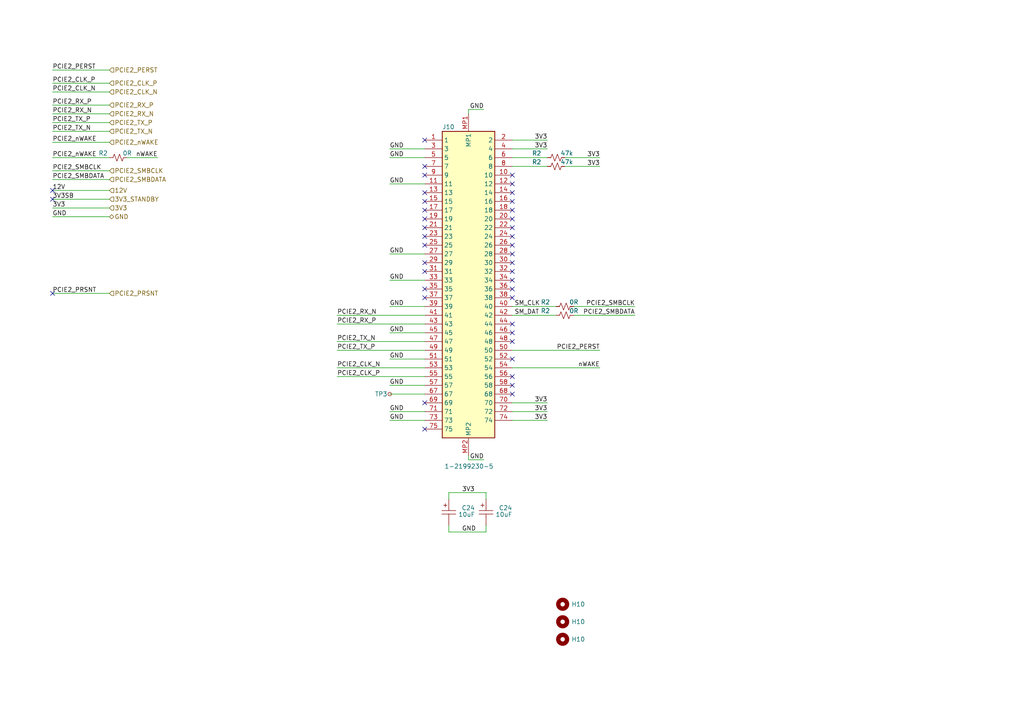
<source format=kicad_sch>
(kicad_sch (version 20230121) (generator eeschema)
  (paper "A4")
  (lib_symbols
    (symbol "CAP_TANTAL_A:CA45-A-6_3V-47UF-K" (pin_numbers hide) (pin_names hide)
      (property "Reference" "C" (at 0 3.556 0))
      (property "Value" "CA45-A-6_3V-47UF-K" (at 1.016 -9.144 0))
      (symbol "CA45-A-6_3V-47UF-K_0_1"
        (polyline (pts (xy -0.508 -2.032) (xy -0.508 2.032)))
        (polyline (pts (xy -0.508 0) (xy -1.27 0)))
        (polyline (pts (xy 0.508 -2.032) (xy 0.508 2.032)))
        (polyline (pts (xy 1.27 0) (xy 0.508 0)))
        (polyline (pts (xy 2.032 -1.524) (xy 2.032 -0.508)))
        (polyline (pts (xy 2.54 -1.016) (xy 1.524 -1.016)))
        (pin input line (at 3.81 0 180) (length 2.54) (name "1") (number "1"))
        (pin input line (at -3.81 0 0) (length 2.54) (name "2") (number "2"))
      )
    )
    (symbol "Connector:TestPoint_Small" (pin_numbers hide) (pin_names (offset 0.762) hide)
      (property "Reference" "TP" (at 0 3.81 0))
      (property "Value" "TestPoint_Small" (at 0 2.032 0))
      (symbol "TestPoint_Small_0_1"
        (circle (center 0 0) (radius 0.508))
      )
      (symbol "TestPoint_Small_1_1"
        (pin passive line (at 0 0 90) (length 0) (name "1") (number "1"))
      )
    )
    (symbol "Device:R_Small_US" (pin_numbers hide) (pin_names (offset 0.254) hide)
      (property "Reference" "R" (at 0.762 0.508 0))
      (property "Value" "R_Small_US" (at 0.762 -1.016 0))
      (symbol "R_Small_US_1_1"
        (polyline (pts (xy 0 0) (xy 1.016 -0.381) (xy 0 -0.762) (xy -1.016 -1.143) (xy 0 -1.524)))
        (polyline (pts (xy 0 1.524) (xy 1.016 1.143) (xy 0 0.762) (xy -1.016 0.381) (xy 0 0)))
        (pin passive line (at 0 2.54 270) (length 1.016) (name "~") (number "1"))
        (pin passive line (at 0 -2.54 90) (length 1.016) (name "~") (number "2"))
      )
    )
    (symbol "M2_Slot:1-2199230-5"
      (property "Reference" "J" (at 95.25 12.7 0))
      (property "Value" "1-2199230-5" (at 95.25 10.16 0))
      (symbol "1-2199230-5_1_1"
        (rectangle (start 5.08 7.62) (end 93.98 -7.62) (stroke (width 0.254)) (fill (type background)))
        (pin passive line (at 7.62 12.7 270) (length 5.08) (name "1") (number "1"))
        (pin passive line (at 17.78 -12.7 90) (length 5.08) (name "10") (number "10"))
        (pin passive line (at 20.32 12.7 270) (length 5.08) (name "11") (number "11"))
        (pin passive line (at 20.32 -12.7 90) (length 5.08) (name "12") (number "12"))
        (pin passive line (at 22.86 12.7 270) (length 5.08) (name "13") (number "13"))
        (pin passive line (at 22.86 -12.7 90) (length 5.08) (name "14") (number "14"))
        (pin passive line (at 25.4 12.7 270) (length 5.08) (name "15") (number "15"))
        (pin passive line (at 25.4 -12.7 90) (length 5.08) (name "16") (number "16"))
        (pin passive line (at 27.94 12.7 270) (length 5.08) (name "17") (number "17"))
        (pin passive line (at 27.94 -12.7 90) (length 5.08) (name "18") (number "18"))
        (pin passive line (at 30.48 12.7 270) (length 5.08) (name "19") (number "19"))
        (pin passive line (at 7.62 -12.7 90) (length 5.08) (name "2") (number "2"))
        (pin passive line (at 30.48 -12.7 90) (length 5.08) (name "20") (number "20"))
        (pin passive line (at 33.02 12.7 270) (length 5.08) (name "21") (number "21"))
        (pin passive line (at 33.02 -12.7 90) (length 5.08) (name "22") (number "22"))
        (pin passive line (at 35.56 12.7 270) (length 5.08) (name "23") (number "23"))
        (pin passive line (at 35.56 -12.7 90) (length 5.08) (name "24") (number "24"))
        (pin passive line (at 38.1 12.7 270) (length 5.08) (name "25") (number "25"))
        (pin passive line (at 38.1 -12.7 90) (length 5.08) (name "26") (number "26"))
        (pin passive line (at 40.64 12.7 270) (length 5.08) (name "27") (number "27"))
        (pin passive line (at 40.64 -12.7 90) (length 5.08) (name "28") (number "28"))
        (pin passive line (at 43.18 12.7 270) (length 5.08) (name "29") (number "29"))
        (pin passive line (at 10.16 12.7 270) (length 5.08) (name "3") (number "3"))
        (pin passive line (at 43.18 -12.7 90) (length 5.08) (name "30") (number "30"))
        (pin passive line (at 45.72 12.7 270) (length 5.08) (name "31") (number "31"))
        (pin passive line (at 45.72 -12.7 90) (length 5.08) (name "32") (number "32"))
        (pin passive line (at 48.26 12.7 270) (length 5.08) (name "33") (number "33"))
        (pin passive line (at 48.26 -12.7 90) (length 5.08) (name "34") (number "34"))
        (pin passive line (at 50.8 12.7 270) (length 5.08) (name "35") (number "35"))
        (pin passive line (at 50.8 -12.7 90) (length 5.08) (name "36") (number "36"))
        (pin passive line (at 53.34 12.7 270) (length 5.08) (name "37") (number "37"))
        (pin passive line (at 53.34 -12.7 90) (length 5.08) (name "38") (number "38"))
        (pin passive line (at 55.88 12.7 270) (length 5.08) (name "39") (number "39"))
        (pin passive line (at 10.16 -12.7 90) (length 5.08) (name "4") (number "4"))
        (pin passive line (at 55.88 -12.7 90) (length 5.08) (name "40") (number "40"))
        (pin passive line (at 58.42 12.7 270) (length 5.08) (name "41") (number "41"))
        (pin passive line (at 58.42 -12.7 90) (length 5.08) (name "42") (number "42"))
        (pin passive line (at 60.96 12.7 270) (length 5.08) (name "43") (number "43"))
        (pin passive line (at 60.96 -12.7 90) (length 5.08) (name "44") (number "44"))
        (pin passive line (at 63.5 12.7 270) (length 5.08) (name "45") (number "45"))
        (pin passive line (at 63.5 -12.7 90) (length 5.08) (name "46") (number "46"))
        (pin passive line (at 66.04 12.7 270) (length 5.08) (name "47") (number "47"))
        (pin passive line (at 66.04 -12.7 90) (length 5.08) (name "48") (number "48"))
        (pin passive line (at 68.58 12.7 270) (length 5.08) (name "49") (number "49"))
        (pin passive line (at 12.7 12.7 270) (length 5.08) (name "5") (number "5"))
        (pin passive line (at 68.58 -12.7 90) (length 5.08) (name "50") (number "50"))
        (pin passive line (at 71.12 12.7 270) (length 5.08) (name "51") (number "51"))
        (pin passive line (at 71.12 -12.7 90) (length 5.08) (name "52") (number "52"))
        (pin passive line (at 73.66 12.7 270) (length 5.08) (name "53") (number "53"))
        (pin passive line (at 73.66 -12.7 90) (length 5.08) (name "54") (number "54"))
        (pin passive line (at 76.2 12.7 270) (length 5.08) (name "55") (number "55"))
        (pin passive line (at 76.2 -12.7 90) (length 5.08) (name "56") (number "56"))
        (pin passive line (at 78.74 12.7 270) (length 5.08) (name "57") (number "57"))
        (pin passive line (at 78.74 -12.7 90) (length 5.08) (name "58") (number "58"))
        (pin passive line (at 12.7 -12.7 90) (length 5.08) (name "6") (number "6"))
        (pin passive line (at 81.28 12.7 270) (length 5.08) (name "67") (number "67"))
        (pin passive line (at 81.28 -12.7 90) (length 5.08) (name "68") (number "68"))
        (pin passive line (at 83.82 12.7 270) (length 5.08) (name "69") (number "69"))
        (pin passive line (at 15.24 12.7 270) (length 5.08) (name "7") (number "7"))
        (pin passive line (at 83.82 -12.7 90) (length 5.08) (name "70") (number "70"))
        (pin passive line (at 86.36 12.7 270) (length 5.08) (name "71") (number "71"))
        (pin passive line (at 86.36 -12.7 90) (length 5.08) (name "72") (number "72"))
        (pin passive line (at 88.9 12.7 270) (length 5.08) (name "73") (number "73"))
        (pin passive line (at 88.9 -12.7 90) (length 5.08) (name "74") (number "74"))
        (pin passive line (at 91.44 12.7 270) (length 5.08) (name "75") (number "75"))
        (pin passive line (at 15.24 -12.7 90) (length 5.08) (name "8") (number "8"))
        (pin passive line (at 17.78 12.7 270) (length 5.08) (name "9") (number "9"))
        (pin passive line (at 0 0 0) (length 5.08) (name "MP1") (number "MP1"))
        (pin passive line (at 99.06 0 180) (length 5.08) (name "MP2") (number "MP2"))
      )
    )
    (symbol "Mechanical:MountingHole" (pin_names (offset 1.016))
      (property "Reference" "H" (at 0 5.08 0))
      (property "Value" "MountingHole" (at 0 3.175 0))
      (symbol "MountingHole_0_1"
        (circle (center 0 0) (radius 1.27) (stroke (width 1.27)))
      )
    )
  )
  (no_connect (at 148.59 71.12))
  (no_connect (at 123.19 66.04))
  (no_connect (at 148.59 111.76))
  (no_connect (at 148.59 76.2))
  (no_connect (at 148.59 99.06))
  (no_connect (at 123.19 63.5))
  (no_connect (at 148.59 93.98))
  (no_connect (at 123.19 48.26))
  (no_connect (at 123.19 68.58))
  (no_connect (at 148.59 104.14))
  (no_connect (at 148.59 83.82))
  (no_connect (at 148.59 81.28))
  (no_connect (at 148.59 60.96))
  (no_connect (at 15.24 57.785))
  (no_connect (at 123.19 55.88))
  (no_connect (at 123.19 83.82))
  (no_connect (at 123.19 116.84))
  (no_connect (at 15.24 55.245))
  (no_connect (at 123.19 58.42))
  (no_connect (at 123.19 78.74))
  (no_connect (at 148.59 50.8))
  (no_connect (at 148.59 78.74))
  (no_connect (at 123.19 71.12))
  (no_connect (at 148.59 55.88))
  (no_connect (at 148.59 114.3))
  (no_connect (at 123.19 40.64))
  (no_connect (at 148.59 73.66))
  (no_connect (at 148.59 68.58))
  (no_connect (at 123.19 76.2))
  (no_connect (at 148.59 66.04))
  (no_connect (at 123.19 86.36))
  (no_connect (at 15.24 85.09))
  (no_connect (at 148.59 53.34))
  (no_connect (at 123.19 60.96))
  (no_connect (at 123.19 50.8))
  (no_connect (at 148.59 109.22))
  (no_connect (at 148.59 63.5))
  (no_connect (at 148.59 58.42))
  (no_connect (at 148.59 86.36))
  (no_connect (at 148.59 96.52))
  (no_connect (at 123.19 124.46))
  (wire (pts (xy 135.89 33.02) (xy 135.89 31.75)))
  (wire (pts (xy 15.24 55.245) (xy 31.75 55.245)))
  (wire (pts (xy 123.19 121.92) (xy 113.03 121.92)))
  (wire (pts (xy 15.24 45.72) (xy 31.75 45.72)))
  (wire (pts (xy 130.175 154.305) (xy 140.97 154.305)))
  (wire (pts (xy 36.83 45.72) (xy 45.72 45.72)))
  (wire (pts (xy 148.59 88.9) (xy 161.29 88.9)))
  (wire (pts (xy 31.75 30.48) (xy 15.24 30.48)))
  (wire (pts (xy 123.19 119.38) (xy 113.03 119.38)))
  (wire (pts (xy 130.175 144.78) (xy 130.175 142.875)))
  (wire (pts (xy 166.37 91.44) (xy 184.15 91.44)))
  (wire (pts (xy 148.59 40.64) (xy 158.75 40.64)))
  (wire (pts (xy 123.19 99.06) (xy 97.79 99.06)))
  (wire (pts (xy 148.59 43.18) (xy 158.75 43.18)))
  (wire (pts (xy 148.59 116.84) (xy 158.75 116.84)))
  (wire (pts (xy 31.75 20.32) (xy 15.24 20.32)))
  (wire (pts (xy 123.19 114.3) (xy 113.03 114.3)))
  (wire (pts (xy 135.89 132.08) (xy 135.89 133.35)))
  (wire (pts (xy 166.37 88.9) (xy 184.15 88.9)))
  (wire (pts (xy 123.19 53.34) (xy 113.03 53.34)))
  (wire (pts (xy 31.75 35.56) (xy 15.24 35.56)))
  (wire (pts (xy 148.59 101.6) (xy 173.99 101.6)))
  (wire (pts (xy 148.59 45.72) (xy 158.75 45.72)))
  (wire (pts (xy 123.19 81.28) (xy 113.03 81.28)))
  (wire (pts (xy 31.75 52.07) (xy 15.24 52.07)))
  (wire (pts (xy 31.75 26.67) (xy 15.24 26.67)))
  (wire (pts (xy 140.97 142.875) (xy 140.97 144.78)))
  (wire (pts (xy 135.89 133.35) (xy 140.335 133.35)))
  (wire (pts (xy 31.75 41.275) (xy 15.24 41.275)))
  (wire (pts (xy 123.19 111.76) (xy 113.03 111.76)))
  (wire (pts (xy 148.59 106.68) (xy 173.99 106.68)))
  (wire (pts (xy 15.24 57.785) (xy 31.75 57.785)))
  (wire (pts (xy 97.79 106.68) (xy 123.19 106.68)))
  (wire (pts (xy 148.59 121.92) (xy 158.75 121.92)))
  (wire (pts (xy 130.175 142.875) (xy 140.97 142.875)))
  (wire (pts (xy 163.83 45.72) (xy 173.99 45.72)))
  (wire (pts (xy 148.59 48.26) (xy 158.75 48.26)))
  (wire (pts (xy 123.19 96.52) (xy 113.03 96.52)))
  (wire (pts (xy 123.19 101.6) (xy 97.79 101.6)))
  (wire (pts (xy 31.75 38.1) (xy 15.24 38.1)))
  (wire (pts (xy 130.175 152.4) (xy 130.175 154.305)))
  (wire (pts (xy 31.75 49.53) (xy 15.24 49.53)))
  (wire (pts (xy 135.89 31.75) (xy 140.335 31.75)))
  (wire (pts (xy 123.19 45.72) (xy 113.03 45.72)))
  (wire (pts (xy 148.59 91.44) (xy 161.29 91.44)))
  (wire (pts (xy 31.75 24.13) (xy 15.24 24.13)))
  (wire (pts (xy 123.19 73.66) (xy 113.03 73.66)))
  (wire (pts (xy 123.19 43.18) (xy 113.03 43.18)))
  (wire (pts (xy 123.19 109.22) (xy 97.79 109.22)))
  (wire (pts (xy 123.19 91.44) (xy 97.79 91.44)))
  (wire (pts (xy 163.83 48.26) (xy 173.99 48.26)))
  (wire (pts (xy 15.24 62.865) (xy 31.75 62.865)))
  (wire (pts (xy 123.19 104.14) (xy 113.03 104.14)))
  (wire (pts (xy 31.75 33.02) (xy 15.24 33.02)))
  (wire (pts (xy 140.97 154.305) (xy 140.97 152.4)))
  (wire (pts (xy 15.24 60.325) (xy 31.75 60.325)))
  (wire (pts (xy 123.19 93.98) (xy 97.79 93.98)))
  (wire (pts (xy 123.19 88.9) (xy 113.03 88.9)))
  (wire (pts (xy 148.59 119.38) (xy 158.75 119.38)))
  (wire (pts (xy 15.24 85.09) (xy 31.75 85.09)))
  (label "PCIE2_RX_N" (at 97.79 91.44 0))
  (label "GND" (at 113.03 121.92 0))
  (label "GND" (at 133.985 154.305 0))
  (label "GND" (at 15.24 62.865 0))
  (label "GND" (at 113.03 111.76 0))
  (label "PCIE2_nWAKE" (at 15.24 45.72 0))
  (label "PCIE2_SMBCLK" (at 184.15 88.9 180))
  (label "PCIE2_SMBCLK" (at 15.24 49.53 0))
  (label "GND" (at 113.03 53.34 0))
  (label "PCIE2_RX_N" (at 15.24 33.02 0))
  (label "GND" (at 113.03 73.66 0))
  (label "3V3" (at 133.985 142.875 0))
  (label "PCIE2_CLK_P" (at 97.79 109.22 0))
  (label "3V3" (at 158.75 116.84 180))
  (label "3V3" (at 173.99 45.72 180))
  (label "12V" (at 15.24 55.245 0))
  (label "GND" (at 113.03 96.52 0))
  (label "PCIE2_TX_P" (at 97.79 101.6 0))
  (label "3V3" (at 158.75 43.18 180))
  (label "GND" (at 113.03 104.14 0))
  (label "GND" (at 113.03 119.38 0))
  (label "GND" (at 113.03 81.28 0))
  (label "PCIE2_SMBDATA" (at 15.24 52.07 0))
  (label "GND" (at 140.335 133.35 180))
  (label "PCIE2_SMBDATA" (at 184.15 91.44 180))
  (label "SM_DAT" (at 149.225 91.44 0))
  (label "PCIE2_PRSNT" (at 15.24 85.09 0))
  (label "nWAKE" (at 45.72 45.72 180))
  (label "PCIE2_TX_N" (at 97.79 99.06 0))
  (label "PCIE2_CLK_N" (at 97.79 106.68 0))
  (label "GND" (at 113.03 43.18 0))
  (label "3V3" (at 158.75 119.38 180))
  (label "3V3" (at 158.75 40.64 180))
  (label "PCIE2_CLK_P" (at 15.24 24.13 0))
  (label "PCIE2_TX_N" (at 15.24 38.1 0))
  (label "GND" (at 113.03 45.72 0))
  (label "PCIE2_PERST" (at 173.99 101.6 180))
  (label "GND" (at 140.335 31.75 180))
  (label "3V3" (at 173.99 48.26 180))
  (label "3V3" (at 158.75 121.92 180))
  (label "nWAKE" (at 173.99 106.68 180))
  (label "3V3" (at 15.24 60.325 0))
  (label "3V3SB" (at 15.24 57.785 0))
  (label "PCIE2_RX_P" (at 97.79 93.98 0))
  (label "PCIE2_nWAKE" (at 15.24 41.275 0))
  (label "GND" (at 113.03 88.9 0))
  (label "PCIE2_PERST" (at 15.24 20.32 0))
  (label "PCIE2_TX_P" (at 15.24 35.56 0))
  (label "PCIE2_CLK_N" (at 15.24 26.67 0))
  (label "SM_CLK" (at 149.225 88.9 0))
  (label "PCIE2_RX_P" (at 15.24 30.48 0))
  (hierarchical_label "PCIE2_nWAKE" (shape input) (at 31.75 41.275 0))
  (hierarchical_label "PCIE2_SMBDATA" (shape input) (at 31.75 52.07 0))
  (hierarchical_label "3V3" (shape input) (at 31.75 60.325 0))
  (hierarchical_label "PCIE2_CLK_P" (shape input) (at 31.75 24.13 0))
  (hierarchical_label "3V3_STANDBY" (shape input) (at 31.75 57.785 0))
  (hierarchical_label "PCIE2_TX_N" (shape input) (at 31.75 38.1 0))
  (hierarchical_label "PCIE2_CLK_N" (shape input) (at 31.75 26.67 0))
  (hierarchical_label "PCIE2_PRSNT" (shape input) (at 31.75 85.09 0))
  (hierarchical_label "GND" (shape bidirectional) (at 31.75 62.865 0))
  (hierarchical_label "PCIE2_RX_P" (shape input) (at 31.75 30.48 0))
  (hierarchical_label "PCIE2_SMBCLK" (shape input) (at 31.75 49.53 0))
  (hierarchical_label "PCIE2_RX_N" (shape input) (at 31.75 33.02 0))
  (hierarchical_label "PCIE2_TX_P" (shape input) (at 31.75 35.56 0))
  (hierarchical_label "PCIE2_PERST" (shape input) (at 31.75 20.32 0))
  (hierarchical_label "12V" (shape input) (at 31.75 55.245 0))
  (symbol (lib_id "Mechanical:MountingHole") (at 163.195 175.26 0) (unit 1)
    (property "Reference" "H10" (at 165.735 175.26 0) (effects (justify left)))
    (property "Value" "MountingHole" (effects hide))
    (property "Footprint" "MountingHole:MountingHole_2.2mm_M2_Pad" (effects hide))
    (instances (project "Tangenta" (path "" (reference "H10") (unit 1)) (path "" (reference "H12") (unit 1)) (path "" (reference "H12") (unit 1))))
  )
  (symbol (lib_id "Mechanical:MountingHole") (at 163.195 185.42 0) (unit 1)
    (property "Reference" "H10" (at 165.735 185.42 0) (effects (justify left)))
    (property "Value" "MountingHole" (effects hide))
    (property "Footprint" "MountingHole:MountingHole_2.2mm_M2_Pad" (effects hide))
    (instances (project "Tangenta" (path "" (reference "H10") (unit 1)) (path "" (reference "H14") (unit 1)) (path "" (reference "H14") (unit 1))))
  )
  (symbol (lib_id "Device:R_Small_US") (at 161.29 48.26 270) (unit 1)
    (property "Reference" "R2" (at 154.305 46.99 90) (effects (justify left)))
    (property "Value" "47k" (at 162.56 46.99 90) (effects (justify left)))
    (property "Footprint" "Resistor_SMD:R_0402_1005Metric" (effects hide))
    (instances (project "Tangenta" (path "" (reference "R2") (unit 1)) (path "" (reference "R18") (unit 1)) (path "" (reference "R26") (unit 1)) (path "" (reference "R41") (unit 1)) (path "" (reference "R56") (unit 1)) (path "" (reference "R62") (unit 1)) (path "" (reference "R117") (unit 1))))
  )
  (symbol (lib_id "M2_Slot:1-2199230-5") (at 135.89 33.02 90) (mirror x) (unit 1)
    (property "Reference" "J10" (at 128.27 36.83 90) (effects (justify right)))
    (property "Value" "1-2199230-5" (at 128.905 135.255 90) (effects (justify right)))
    (property "Footprint" "M2_Slot:M2_Slot" (effects hide))
    (property "Datasheet" "https://www.te.com/commerce/DocumentDelivery/DDEController?Action=srchrtrv&DocNm=1-1773702-1NGFFQRG-EN&DocType=Data+Sheet&DocLang=English&PartCntxt=1-2199230-5&DocFormat=pdf" (effects hide))
    (property "Height" "4.2" (effects hide))
    (property "Manufacturer_Name" "TE Connectivity" (effects hide))
    (property "Manufacturer_Part_Number" "1-2199230-5" (effects hide))
    (property "Mouser Part Number" "571-1-2199230-5" (effects hide))
    (property "Mouser Price/Stock" "https://www.mouser.co.uk/ProductDetail/TE-Connectivity/1-2199230-5?qs=N0TJGnUfxCD5L9UvFjPEwQ%3D%3D" (effects hide))
    (property "Arrow Part Number" "1-2199230-5" (effects hide))
    (property "Arrow Price/Stock" "https://www.arrow.com/en/products/1-2199230-5/te-connectivity?region=nac" (effects hide))
  )
  (symbol (lib_id "CAP_TANTAL_A:CA45-A-6_3V-47UF-K") (at 140.97 148.59 270) (mirror x) (unit 1)
    (property "Reference" "C24" (at 148.59 147.32 90) (effects (justify right)))
    (property "Value" "10uF" (at 148.59 149.225 90) (effects (justify right)))
    (property "Footprint" "CAP_TANTAL_A:CAP_TANTAL_A" (effects hide))
    (property "LCSC" "C119051" (effects hide))
    (property "Capacitance" "10uF" (effects hide))
    (instances (project "Tangenta" (path "" (reference "C24") (unit 1)) (path "" (reference "C137") (unit 1)) (path "" (reference "C145") (unit 1))))
  )
  (symbol (lib_id "Mechanical:MountingHole") (at 163.195 180.34 0) (unit 1)
    (property "Reference" "H10" (at 165.735 180.34 0) (effects (justify left)))
    (property "Value" "MountingHole" (effects hide))
    (property "Footprint" "MountingHole:MountingHole_2.2mm_M2_Pad" (effects hide))
    (instances (project "Tangenta" (path "" (reference "H10") (unit 1)) (path "" (reference "H13") (unit 1)) (path "" (reference "H13") (unit 1))))
  )
  (symbol (lib_id "Device:R_Small_US") (at 161.29 45.72 270) (unit 1)
    (property "Reference" "R2" (at 154.305 44.45 90) (effects (justify left)))
    (property "Value" "47k" (at 162.56 44.45 90) (effects (justify left)))
    (property "Footprint" "Resistor_SMD:R_0402_1005Metric" (effects hide))
    (instances (project "Tangenta" (path "" (reference "R2") (unit 1)) (path "" (reference "R18") (unit 1)) (path "" (reference "R26") (unit 1)) (path "" (reference "R41") (unit 1)) (path "" (reference "R56") (unit 1)) (path "" (reference "R62") (unit 1)) (path "" (reference "R116") (unit 1))))
  )
  (symbol (lib_id "Device:R_Small_US") (at 163.83 91.44 270) (unit 1)
    (property "Reference" "R2" (at 156.845 90.17 90) (effects (justify left)))
    (property "Value" "0R" (at 165.1 90.17 90) (effects (justify left)))
    (property "Footprint" "Resistor_SMD:R_0402_1005Metric" (effects hide))
    (instances (project "Tangenta" (path "" (reference "R2") (unit 1)) (path "" (reference "R18") (unit 1)) (path "" (reference "R26") (unit 1)) (path "" (reference "R41") (unit 1)) (path "" (reference "R56") (unit 1)) (path "" (reference "R110") (unit 1)) (path "" (reference "R118") (unit 1))))
  )
  (symbol (lib_id "CAP_TANTAL_A:CA45-A-6_3V-47UF-K") (at 130.175 148.59 270) (mirror x) (unit 1)
    (property "Reference" "C24" (at 137.795 147.32 90) (effects (justify right)))
    (property "Value" "10uF" (at 137.795 149.225 90) (effects (justify right)))
    (property "Footprint" "CAP_TANTAL_A:CAP_TANTAL_A" (effects hide))
    (property "LCSC" "C119051" (effects hide))
    (property "Capacitance" "10uF" (effects hide))
    (instances (project "Tangenta" (path "" (reference "C24") (unit 1)) (path "" (reference "C137") (unit 1)) (path "" (reference "C144") (unit 1))))
  )
  (symbol (lib_id "Connector:TestPoint_Small") (at 113.03 114.3 0) (mirror y) (unit 1)
    (property "Reference" "TP3" (at 112.395 114.3 0) (effects (justify left)))
    (property "Value" "TestPoint_Small" (effects hide))
    (property "Footprint" "TestPoint:TestPoint_Pad_1.0x1.0mm" (effects hide))
    (instances (project "Tangenta" (path "" (reference "TP3") (unit 1)) (path "" (reference "TP4") (unit 1)) (path "" (reference "TP6") (unit 1))))
  )
  (symbol (lib_id "Device:R_Small_US") (at 163.83 88.9 270) (unit 1)
    (property "Reference" "R2" (at 156.845 87.63 90) (effects (justify left)))
    (property "Value" "0R" (at 165.1 87.63 90) (effects (justify left)))
    (property "Footprint" "Resistor_SMD:R_0402_1005Metric" (effects hide))
    (instances (project "Tangenta" (path "" (reference "R2") (unit 1)) (path "" (reference "R18") (unit 1)) (path "" (reference "R26") (unit 1)) (path "" (reference "R41") (unit 1)) (path "" (reference "R56") (unit 1)) (path "" (reference "R111") (unit 1)) (path "" (reference "R119") (unit 1))))
  )
  (symbol (lib_id "Device:R_Small_US") (at 34.29 45.72 270) (unit 1)
    (property "Reference" "R2" (at 28.575 44.45 90) (effects (justify left)))
    (property "Value" "0R" (at 35.56 44.45 90) (effects (justify left)))
    (property "Footprint" "Resistor_SMD:R_0402_1005Metric" (effects hide))
    (instances (project "Tangenta" (path "" (reference "R2") (unit 1)) (path "" (reference "R18") (unit 1)) (path "" (reference "R26") (unit 1)) (path "" (reference "R41") (unit 1)) (path "" (reference "R56") (unit 1)) (path "" (reference "R62") (unit 1)) (path "" (reference "R63") (unit 1))))
  )
)
</source>
